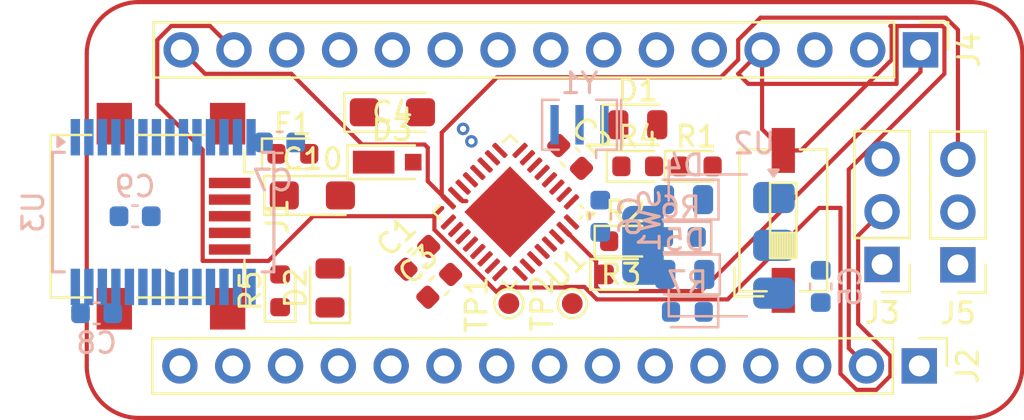
<source format=kicad_pcb>
(kicad_pcb (version 20240108) (generator "pcbnew") (generator_version "8.0")
  (layers (0 "F.Cu" signal) (1 "In1.Cu" signal) (2 "In2.Cu" signal) (31 "B.Cu" signal) (34 "B.Paste" user) (35 "F.Paste" user) (36 "B.SilkS" user "B.Silkscreen") (37 "F.SilkS" user "F.Silkscreen") (38 "B.Mask" user) (39 "F.Mask" user) (44 "Edge.Cuts" user))
  (net 0 "")
  (net 1 "+5V")
  (net 2 "GND")
  (net 3 "/AREF")
  (net 4 "VCC")
  (net 5 "+3V3")
  (net 6 "/RESET")
  (net 7 "VBUS")
  (net 8 "Net-(D1-A)")
  (net 9 "Net-(D2-A)")
  (net 10 "Net-(D4-K)")
  (net 11 "Net-(D5-K)")
  (net 12 "Net-(J1-VBUS)")
  (net 13 "/D_P")
  (net 15 "/D_N")
  (net 16 "/A1")
  (net 17 "/A3")
  (net 18 "/A6")
  (net 19 "/A0")
  (net 20 "/A2")
  (net 21 "/A7")
  (net 22 "/A4")
  (net 23 "/D13{slash}SCK")
  (net 24 "/A5")
  (net 25 "/D11{slash}MOSI")
  (net 26 "/D4")
  (net 27 "/D10")
  (net 28 "/D7")
  (net 29 "/D2")
  (net 30 "/D0{slash}RX")
  (net 31 "/D5")
  (net 32 "/D3")
  (net 33 "/D9")
  (net 34 "/D12{slash}MISO")
  (net 35 "/D1{slash}TX")
  (net 36 "/D8")
  (net 37 "/D6")
  (net 38 "/RX")
  (net 39 "/TX")
  (net 40 "Net-(U3-CBUS0)")
  (net 41 "Net-(U3-CBUS1)")
  (net 42 "Net-(U1-GND-Pad21)")
  (net 43 "/XTAL1")
  (net 44 "/XTAL2")
  (footprint "Capacitor_SMD:C_0603_1608Metric" (layer "F.Cu") (at 144.451992 86.148008 45)
    (property "Reference" "C3" (at 0 -1.43 45) (layer "F.SilkS"))
    (property "Value" "100n")
    (fp_line (start -0.140581 -0.51) (end 0.140581 -0.51) (stroke (width 0.12)) (layer "F.SilkS"))
    (fp_line (start -0.140581 0.51) (end 0.140581 0.51) (stroke (width 0.12)) (layer "F.SilkS"))
    (pad "1" smd roundrect (at -0.775 0 45) (size 0.9 0.95) (layers "F.Cu" "F.Paste" "F.Mask") (net 3 "/AREF"))
    (pad "2" smd roundrect (at 0.775 0 45) (size 0.9 0.95) (layers "F.Cu" "F.Paste" "F.Mask") (net 2 "GND"))
  )
  (footprint "TestPoint:TestPoint_Pad_D1.0mm" (layer "F.Cu") (at 147.8 87 90)
    (property "Reference" "TP1" (at -0.04 -1.55 270) (layer "F.SilkS"))
    (property "Value" "~")
    (fp_circle (center 0 0) (end 0 0.7) (stroke (width 0.12)) (fill none) (layer "F.SilkS"))
    (pad "1" smd circle (at 0 0 90) (size 1 1) (layers "F.Cu" "F.Mask") (net 13 "/D_P"))
  )
  (footprint "Diode_SMD:D_MicroSMP_AK" (layer "F.Cu") (at 142.18 80.2)
    (property "Reference" "D3" (at 0 -1.55 0) (layer "F.SilkS"))
    (property "Value" "diode")
    (fp_line (start -2.14 -0.81) (end -2.14 0.81) (stroke (width 0.12)) (layer "F.SilkS"))
    (fp_line (start -2.14 -0.81) (end 1.1 -0.81) (stroke (width 0.12)) (layer "F.SilkS"))
    (fp_line (start -2.14 0.81) (end 1.1 0.81) (stroke (width 0.12)) (layer "F.SilkS"))
    (pad "1" smd rect (at -0.88 0) (size 2 1.1) (layers "F.Cu" "F.Paste" "F.Mask") (net 1 "+5V"))
    (pad "2" smd rect (at 1.02 0) (size 0.8 0.8) (layers "F.Cu" "F.Paste" "F.Mask") (net 7 "VBUS"))
  )
  (footprint "Diode_SMD:D_0603_1608Metric" (layer "F.Cu") (at 153.4125 84)
    (property "Reference" "R2" (at 0 -1.43 0) (layer "F.SilkS"))
    (property "Value" "1K")
    (fp_line (start -1.485 -0.735) (end -1.485 0.735) (stroke (width 0.12)) (layer "F.SilkS"))
    (fp_line (start -1.485 0.735) (end 0.8 0.735) (stroke (width 0.12)) (layer "F.SilkS"))
    (fp_line (start 0.8 -0.735) (end -1.485 -0.735) (stroke (width 0.12)) (layer "F.SilkS"))
    (pad "1" smd roundrect (at -0.7875 0) (size 0.875 0.95) (layers "F.Cu" "F.Paste" "F.Mask") (net 38 "/RX"))
    (pad "2" smd roundrect (at 0.7875 0) (size 0.875 0.95) (layers "F.Cu" "F.Paste" "F.Mask") (net 30 "/D0{slash}RX"))
  )
  (footprint "LED_SMD:LED_0805_2012Metric" (layer "F.Cu") (at 139.2 86.250001 90)
    (property "Reference" "D2" (at 0 -1.65 270) (layer "F.SilkS"))
    (property "Value" "GREEN")
    (fp_line (start 1 -0.96) (end -1.684999 -0.96) (stroke (width 0.12)) (layer "F.SilkS"))
    (fp_line (start -1.684999 -0.96) (end -1.684999 0.96) (stroke (width 0.12)) (layer "F.SilkS"))
    (fp_line (start -1.684999 0.96) (end 1 0.96) (stroke (width 0.12)) (layer "F.SilkS"))
    (pad "1" smd roundrect (at -0.937501 0 90) (size 0.975 1.4) (layers "F.Cu" "F.Paste" "F.Mask") (net 2 "GND"))
    (pad "2" smd roundrect (at 0.937501 0 90) (size 0.975 1.4) (layers "F.Cu" "F.Paste" "F.Mask") (net 9 "Net-(D2-A)"))
  )
  (footprint "Connector_PinHeader_2.54mm:PinHeader_1x15_P2.54mm_Vertical" (layer "F.Cu") (at 167.6 74.8 -90)
    (property "Reference" "J4" (at 0 -2.33 90) (layer "F.SilkS"))
    (property "Value" "~")
    (fp_line (start -1.33 36.89) (end 1.33 36.89) (stroke (width 0.12)) (layer "F.SilkS"))
    (fp_line (start -1.33 1.27) (end -1.33 36.89) (stroke (width 0.12)) (layer "F.SilkS"))
    (fp_line (start -1.33 1.27) (end 1.33 1.27) (stroke (width 0.12)) (layer "F.SilkS"))
    (fp_line (start 1.33 1.27) (end 1.33 36.89) (stroke (width 0.12)) (layer "F.SilkS"))
    (fp_line (start -1.33 0) (end -1.33 -1.33) (stroke (width 0.12)) (layer "F.SilkS"))
    (fp_line (start -1.33 -1.33) (end 0 -1.33) (stroke (width 0.12)) (layer "F.SilkS"))
    (pad "1" thru_hole rect (at 0 0 270) (size 1.7 1.7) (drill 1) (layers "*.Cu" "*.Mask") (net 35 "/D1{slash}TX"))
    (pad "2" thru_hole oval (at 0 2.54 270) (size 1.7 1.7) (drill 1) (layers "*.Cu" "*.Mask") (net 30 "/D0{slash}RX"))
    (pad "3" thru_hole oval (at 0 5.08 270) (size 1.7 1.7) (drill 1) (layers "*.Cu" "*.Mask") (net 6 "/RESET"))
    (pad "4" thru_hole oval (at 0 7.62 270) (size 1.7 1.7) (drill 1) (layers "*.Cu" "*.Mask") (net 2 "GND"))
    (pad "5" thru_hole oval (at 0 10.16 270) (size 1.7 1.7) (drill 1) (layers "*.Cu" "*.Mask") (net 29 "/D2"))
    (pad "6" thru_hole oval (at 0 12.7 270) (size 1.7 1.7) (drill 1) (layers "*.Cu" "*.Mask") (net 32 "/D3"))
    (pad "7" thru_hole oval (at 0 15.24 270) (size 1.7 1.7) (drill 1) (layers "*.Cu" "*.Mask") (net 26 "/D4"))
    (pad "8" thru_hole oval (at 0 17.78 270) (size 1.7 1.7) (drill 1) (layers "*.Cu" "*.Mask") (net 31 "/D5"))
    (pad "9" thru_hole oval (at 0 20.32 270) (size 1.7 1.7) (drill 1) (layers "*.Cu" "*.Mask") (net 37 "/D6"))
    (pad "10" thru_hole oval (at 0 22.86 270) (size 1.7 1.7) (drill 1) (layers "*.Cu" "*.Mask") (net 28 "/D7"))
    (pad "11" thru_hole oval (at 0 25.4 270) (size 1.7 1.7) (drill 1) (layers "*.Cu" "*.Mask") (net 36 "/D8"))
    (pad "12" thru_hole oval (at 0 27.94 270) (size 1.7 1.7) (drill 1) (layers "*.Cu" "*.Mask") (net 33 "/D9"))
    (pad "13" thru_hole oval (at 0 30.48 270) (size 1.7 1.7) (drill 1) (layers "*.Cu" "*.Mask") (net 27 "/D10"))
    (pad "14" thru_hole oval (at 0 33.02 270) (size 1.7 1.7) (drill 1) (layers "*.Cu" "*.Mask") (net 25 "/D11{slash}MOSI"))
    (pad "15" thru_hole oval (at 0 35.56 270) (size 1.7 1.7) (drill 1) (layers "*.Cu" "*.Mask") (net 34 "/D12{slash}MISO"))
  )
  (footprint "Package_DFN_QFN:QFN-32-1EP_5x5mm_P0.5mm_EP3.1x3.1mm" (layer "F.Cu") (at 147.853903 82.593243 -135)
    (property "Reference" "U1" (at 0 -3.83 -135) (layer "F.SilkS"))
    (property "Value" "ATmega328P-M")
    (fp_line (start 2.61 2.61) (end 2.61 2.135) (stroke (width 0.12)) (layer "F.SilkS"))
    (fp_line (start 2.135 2.61) (end 2.61 2.61) (stroke (width 0.12)) (layer "F.SilkS"))
    (fp_line (start -2.135 2.61) (end -2.61 2.61) (stroke (width 0.12)) (layer "F.SilkS"))
    (fp_line (start -2.61 2.61) (end -2.61 2.135) (stroke (width 0.12)) (layer "F.SilkS"))
    (fp_line (start 2.61 -2.61) (end 2.61 -2.135) (stroke (width 0.12)) (layer "F.SilkS"))
    (fp_line (start 2.135 -2.61) (end 2.61 -2.61) (stroke (width 0.12)) (layer "F.SilkS"))
    (fp_line (start -2.61 -2.135) (end -2.61 -2.37) (stroke (width 0.12)) (layer "F.SilkS"))
    (fp_line (start -2.135 -2.61) (end -2.31 -2.61) (stroke (width 0.12)) (layer "F.SilkS"))
    (fp_poly (pts (xy -2.61 -2.61) (xy -2.85 -2.94) (xy -2.37 -2.94) (xy -2.61 -2.61)) (stroke (width 0.12)) (fill solid) (layer "F.SilkS"))
    (pad "1" smd roundrect (at -2.4375 -1.75 225) (size 0.875 0.25) (layers "F.Cu" "F.Paste" "F.Mask") (net 32 "/D3"))
    (pad "2" smd roundrect (at -2.4375 -1.25 225) (size 0.875 0.25) (layers "F.Cu" "F.Paste" "F.Mask") (net 26 "/D4"))
    (pad "3" smd roundrect (at -2.4375 -0.75 225) (size 0.875 0.25) (layers "F.Cu" "F.Paste" "F.Mask") (net 42 "Net-(U1-GND-Pad21)"))
    (pad "4" smd roundrect (at -2.4375 -0.25 225) (size 0.875 0.25) (layers "F.Cu" "F.Paste" "F.Mask") (net 1 "+5V"))
    (pad "5" smd roundrect (at -2.4375 0.25 225) (size 0.875 0.25) (layers "F.Cu" "F.Paste" "F.Mask") (net 42 "Net-(U1-GND-Pad21)"))
    (pad "6" smd roundrect (at -2.4375 0.75 225) (size 0.875 0.25) (layers "F.Cu" "F.Paste" "F.Mask") (net 1 "+5V"))
    (pad "7" smd roundrect (at -2.4375 1.25 225) (size 0.875 0.25) (layers "F.Cu" "F.Paste" "F.Mask") (net 43 "/XTAL1"))
    (pad "8" smd roundrect (at -2.4375 1.75 225) (size 0.875 0.25) (layers "F.Cu" "F.Paste" "F.Mask") (net 44 "/XTAL2"))
    (pad "9" smd roundrect (at -1.75 2.4375 225) (size 0.25 0.875) (layers "F.Cu" "F.Paste" "F.Mask") (net 31 "/D5"))
    (pad "10" smd roundrect (at -1.25 2.4375 225) (size 0.25 0.875) (layers "F.Cu" "F.Paste" "F.Mask") (net 37 "/D6"))
    (pad "11" smd roundrect (at -0.75 2.4375 225) (size 0.25 0.875) (layers "F.Cu" "F.Paste" "F.Mask") (net 28 "/D7"))
    (pad "12" smd roundrect (at -0.25 2.4375 225) (size 0.25 0.875) (layers "F.Cu" "F.Paste" "F.Mask") (net 36 "/D8"))
    (pad "13" smd roundrect (at 0.25 2.4375 225) (size 0.25 0.875) (layers "F.Cu" "F.Paste" "F.Mask") (net 33 "/D9"))
    (pad "14" smd roundrect (at 0.75 2.4375 225) (size 0.25 0.875) (layers "F.Cu" "F.Paste" "F.Mask") (net 27 "/D10"))
    (pad "15" smd roundrect (at 1.25 2.4375 225) (size 0.25 0.875) (layers "F.Cu" "F.Paste" "F.Mask") (net 25 "/D11{slash}MOSI"))
    (pad "16" smd roundrect (at 1.75 2.4375 225) (size 0.25 0.875) (layers "F.Cu" "F.Paste" "F.Mask") (net 34 "/D12{slash}MISO"))
    (pad "17" smd roundrect (at 2.4375 1.75 225) (size 0.875 0.25) (layers "F.Cu" "F.Paste" "F.Mask") (net 23 "/D13{slash}SCK"))
    (pad "18" smd roundrect (at 2.4375 1.25 225) (size 0.875 0.25) (layers "F.Cu" "F.Paste" "F.Mask") (net 1 "+5V"))
    (pad "19" smd roundrect (at 2.4375 0.75 225) (size 0.875 0.25) (layers "F.Cu" "F.Paste" "F.Mask") (net 18 "/A6"))
    (pad "20" smd roundrect (at 2.4375 0.25 225) (size 0.875 0.25) (layers "F.Cu" "F.Paste" "F.Mask") (net 3 "/AREF"))
    (pad "21" smd roundrect (at 2.4375 -0.25 225) (size 0.875 0.25) (layers "F.Cu" "F.Paste" "F.Mask") (net 42 "Net-(U1-GND-Pad21)"))
    (pad "22" smd roundrect (at 2.4375 -0.75 225) (size 0.875 0.25) (layers "F.Cu" "F.Paste" "F.Mask") (net 21 "/A7"))
    (pad "23" smd roundrect (at 2.4375 -1.25 225) (size 0.875 0.25) (layers "F.Cu" "F.Paste" "F.Mask") (net 19 "/A0"))
    (pad "24" smd roundrect (at 2.4375 -1.75 225) (size 0.875 0.25) (layers "F.Cu" "F.Paste" "F.Mask") (net 16 "/A1"))
    (pad "25" smd roundrect (at 1.75 -2.4375 225) (size 0.25 0.875) (layers "F.Cu" "F.Paste" "F.Mask") (net 20 "/A2"))
    (pad "26" smd roundrect (at 1.25 -2.4375 225) (size 0.25 0.875) (layers "F.Cu" "F.Paste" "F.Mask") (net 17 "/A3"))
    (pad "27" smd roundrect (at 0.75 -2.4375 225) (size 0.25 0.875) (layers "F.Cu" "F.Paste" "F.Mask") (net 22 "/A4"))
    (pad "28" smd roundrect (at 0.25 -2.4375 225) (size 0.25 0.875) (layers "F.Cu" "F.Paste" "F.Mask") (net 24 "/A5"))
    (pad "29" smd roundrect (at -0.25 -2.4375 225) (size 0.25 0.875) (layers "F.Cu" "F.Paste" "F.Mask") (net 6 "/RESET"))
    (pad "30" smd roundrect (at -0.75 -2.4375 225) (size 0.25 0.875) (layers "F.Cu" "F.Paste" "F.Mask") (net 30 "/D0{slash}RX"))
    (pad "31" smd roundrect (at -1.25 -2.4375 225) (size 0.25 0.875) (layers "F.Cu" "F.Paste" "F.Mask") (net 35 "/D1{slash}TX"))
    (pad "32" smd roundrect (at -1.75 -2.4375 225) (size 0.25 0.875) (layers "F.Cu" "F.Paste" "F.Mask") (net 29 "/D2"))
    (pad "33" smd rect (at 0 0 225) (size 3.1 3.1) (property pad_prop_heatsink) (layers "F.Cu" "F.Mask") (net 42 "Net-(U1-GND-Pad21)"))
  )
  (footprint "Diode_SMD:D_0603_1608Metric" (layer "F.Cu") (at 137.4125 79.8)
    (property "Reference" "F1" (at 0 -1.43 0) (layer "F.SilkS"))
    (property "Value" "0603")
    (fp_line (start -1.485 -0.735) (end -1.485 0.735) (stroke (width 0.12)) (layer "F.SilkS"))
    (fp_line (start -1.485 0.735) (end 0.8 0.735) (stroke (width 0.12)) (layer "F.SilkS"))
    (fp_line (start 0.8 -0.735) (end -1.485 -0.735) (stroke (width 0.12)) (layer "F.SilkS"))
    (pad "1" smd roundrect (at -0.7875 0) (size 0.875 0.95) (layers "F.Cu" "F.Paste" "F.Mask") (net 7 "VBUS"))
    (pad "2" smd roundrect (at 0.7875 0) (size 0.875 0.95) (layers "F.Cu" "F.Paste" "F.Mask") (net 12 "Net-(J1-VBUS)"))
  )
  (footprint "Diode_SMD:D_0603_1608Metric" (layer "F.Cu") (at 136.8 86.387501 90)
    (property "Reference" "R5" (at 0 -1.43 270) (layer "F.SilkS"))
    (property "Value" "1k")
    (fp_line (start 0.8 -0.735) (end -1.485 -0.735) (stroke (width 0.12)) (layer "F.SilkS"))
    (fp_line (start -1.485 -0.735) (end -1.485 0.735) (stroke (width 0.12)) (layer "F.SilkS"))
    (fp_line (start -1.485 0.735) (end 0.8 0.735) (stroke (width 0.12)) (layer "F.SilkS"))
    (pad "1" smd roundrect (at -0.787501 0 90) (size 0.875 0.95) (layers "F.Cu" "F.Paste" "F.Mask") (net 1 "+5V"))
    (pad "2" smd roundrect (at 0.787501 0 90) (size 0.875 0.95) (layers "F.Cu" "F.Paste" "F.Mask") (net 9 "Net-(D2-A)"))
  )
  (footprint "Capacitor_Tantalum_SMD:CP_EIA-3216-10_Kemet-I" (layer "F.Cu") (at 142.2 77.8)
    (property "Reference" "C4" (at 0 0 180) (layer "F.SilkS"))
    (property "Value" "4u7_16v")
    (fp_line (start -2.31 -0.935) (end -2.31 0.935) (stroke (width 0.12)) (layer "F.SilkS"))
    (fp_line (start -2.31 0.935) (end 1.6 0.935) (stroke (width 0.12)) (layer "F.SilkS"))
    (fp_line (start 1.6 -0.935) (end -2.31 -0.935) (stroke (width 0.12)) (layer "F.SilkS"))
    (pad "1" smd roundrect (at -1.35 0) (size 1.4 1.35) (layers "F.Cu" "F.Paste" "F.Mask") (roundrect_rratio 0.185185) (net 1 "+5V"))
    (pad "2" smd roundrect (at 1.35 0) (size 1.4 1.35) (layers "F.Cu" "F.Paste" "F.Mask") (roundrect_rratio 0.185185) (net 2 "GND"))
  )
  (footprint "Capacitor_SMD:C_0603_1608Metric" (layer "F.Cu") (at 150.748008 79.948008 -45)
    (property "Reference" "C2" (at 0 -1.43 135) (layer "F.SilkS"))
    (property "Value" "1u")
    (fp_line (start -0.140581 0.51) (end 0.140581 0.51) (stroke (width 0.12)) (layer "F.SilkS"))
    (fp_line (start -0.140581 -0.51) (end 0.140581 -0.51) (stroke (width 0.12)) (layer "F.SilkS"))
    (pad "1" smd roundrect (at -0.775 0 315) (size 0.9 0.95) (layers "F.Cu" "F.Paste" "F.Mask") (net 1 "+5V"))
    (pad "2" smd roundrect (at 0.775 0 315) (size 0.9 0.95) (layers "F.Cu" "F.Paste" "F.Mask") (net 2 "GND"))
  )
  (footprint "Diode_SMD:D_0603_1608Metric" (layer "F.Cu") (at 154 80.4)
    (property "Reference" "R4" (at 0 -1.43 0) (layer "F.SilkS"))
    (property "Value" "1K")
    (fp_line (start -1.485 -0.735) (end -1.485 0.735) (stroke (width 0.12)) (layer "F.SilkS"))
    (fp_line (start -1.485 0.735) (end 0.8 0.735) (stroke (width 0.12)) (layer "F.SilkS"))
    (fp_line (start 0.8 -0.735) (end -1.485 -0.735) (stroke (width 0.12)) (layer "F.SilkS"))
    (pad "1" smd roundrect (at -0.7875 0) (size 0.875 0.95) (layers "F.Cu" "F.Paste" "F.Mask") (net 23 "/D13{slash}SCK"))
    (pad "2" smd roundrect (at 0.7875 0) (size 0.875 0.95) (layers "F.Cu" "F.Paste" "F.Mask") (net 8 "Net-(D1-A)"))
  )
  (footprint "LED_SMD:LED_0805_2012Metric" (layer "F.Cu") (at 154 78.4)
    (property "Reference" "D1" (at 0 -1.65 0) (layer "F.SilkS"))
    (property "Value" "YELLOW")
    (fp_line (start -1.685 -0.96) (end -1.685 0.96) (stroke (width 0.12)) (layer "F.SilkS"))
    (fp_line (start -1.685 0.96) (end 1 0.96) (stroke (width 0.12)) (layer "F.SilkS"))
    (fp_line (start 1 -0.96) (end -1.685 -0.96) (stroke (width 0.12)) (layer "F.SilkS"))
    (pad "1" smd roundrect (at -0.9375 0) (size 0.975 1.4) (layers "F.Cu" "F.Paste" "F.Mask") (net 2 "GND"))
    (pad "2" smd roundrect (at 0.9375 0) (size 0.975 1.4) (layers "F.Cu" "F.Paste" "F.Mask") (net 8 "Net-(D1-A)"))
  )
  (footprint "Connector_PinHeader_2.54mm:PinHeader_1x15_P2.54mm_Vertical" (layer "F.Cu") (at 167.54 90 -90)
    (property "Reference" "J2" (at 0 -2.33 90) (layer "F.SilkS"))
    (property "Value" "~")
    (fp_line (start -1.33 36.89) (end 1.33 36.89) (stroke (width 0.12)) (layer "F.SilkS"))
    (fp_line (start -1.33 1.27) (end -1.33 36.89) (stroke (width 0.12)) (layer "F.SilkS"))
    (fp_line (start -1.33 1.27) (end 1.33 1.27) (stroke (width 0.12)) (layer "F.SilkS"))
    (fp_line (start 1.33 1.27) (end 1.33 36.89) (stroke (width 0.12)) (layer "F.SilkS"))
    (fp_line (start -1.33 0) (end -1.33 -1.33) (stroke (width 0.12)) (layer "F.SilkS"))
    (fp_line (start -1.33 -1.33) (end 0 -1.33) (stroke (width 0.12)) (layer "F.SilkS"))
    (pad "1" thru_hole rect (at 0 0 270) (size 1.7 1.7) (drill 1) (layers "*.Cu" "*.Mask") (net 4 "VCC"))
    (pad "2" thru_hole oval (at 0 2.54 270) (size 1.7 1.7) (drill 1) (layers "*.Cu" "*.Mask") (net 2 "GND"))
    (pad "3" thru_hole oval (at 0 5.08 270) (size 1.7 1.7) (drill 1) (layers "*.Cu" "*.Mask") (net 6 "/RESET"))
    (pad "4" thru_hole oval (at 0 7.62 270) (size 1.7 1.7) (drill 1) (layers "*.Cu" "*.Mask") (net 1 "+5V"))
    (pad "5" thru_hole oval (at 0 10.16 270) (size 1.7 1.7) (drill 1) (layers "*.Cu" "*.Mask") (net 21 "/A7"))
    (pad "6" thru_hole oval (at 0 12.7 270) (size 1.7 1.7) (drill 1) (layers "*.Cu" "*.Mask") (net 18 "/A6"))
    (pad "7" thru_hole oval (at 0 15.24 270) (size 1.7 1.7) (drill 1) (layers "*.Cu" "*.Mask") (net 24 "/A5"))
    (pad "8" thru_hole oval (at 0 17.78 270) (size 1.7 1.7) (drill 1) (layers "*.Cu" "*.Mask") (net 22 "/A4"))
    (pad "9" thru_hole oval (at 0 20.32 270) (size 1.7 1.7) (drill 1) (layers "*.Cu" "*.Mask") (net 17 "/A3"))
    (pad "10" thru_hole oval (at 0 22.86 270) (size 1.7 1.7) (drill 1) (layers "*.Cu" "*.Mask") (net 20 "/A2"))
    (pad "11" thru_hole oval (at 0 25.4 270) (size 1.7 1.7) (drill 1) (layers "*.Cu" "*.Mask") (net 16 "/A1"))
    (pad "12" thru_hole oval (at 0 27.94 270) (size 1.7 1.7) (drill 1) (layers "*.Cu" "*.Mask") (net 19 "/A0"))
    (pad "13" thru_hole oval (at 0 30.48 270) (size 1.7 1.7) (drill 1) (layers "*.Cu" "*.Mask") (net 3 "/AREF"))
    (pad "14" thru_hole oval (at 0 33.02 270) (size 1.7 1.7) (drill 1) (layers "*.Cu" "*.Mask") (net 5 "+3V3"))
    (pad "15" thru_hole oval (at 0 35.56 270) (size 1.7 1.7) (drill 1) (layers "*.Cu" "*.Mask") (net 23 "/D13{slash}SCK"))
  )
  (footprint "Connector_USB:USB_Mini-B_Lumberg_2486_01_Horizontal" (layer "F.Cu") (at 131.675 82.8 -90)
    (property "Reference" "J1" (at 0 -5 -90) (layer "F.SilkS"))
    (property "Value" "USB_B_Mini")
    (fp_line (start -3.91 5.91) (end -3.91 3.96) (stroke (width 0.12)) (layer "F.SilkS"))
    (fp_line (start 3.91 5.91) (end -3.91 5.91) (stroke (width 0.12)) (layer "F.SilkS"))
    (fp_line (start 3.91 5.91) (end 3.91 3.96) (stroke (width 0.12)) (layer "F.SilkS"))
    (fp_line (start -3.91 1.74) (end -3.91 -1.49) (stroke (width 0.12)) (layer "F.SilkS"))
    (fp_line (start 3.91 1.74) (end 3.91 -1.49) (stroke (width 0.12)) (layer "F.SilkS"))
    (fp_line (start -3.19 -3.41) (end -2.11 -3.41) (stroke (width 0.12)) (layer "F.SilkS"))
    (fp_line (start -2.11 -3.41) (end -2.11 -3.84) (stroke (width 0.12)) (layer "F.SilkS"))
    (fp_line (start 2.11 -3.41) (end 3.19 -3.41) (stroke (width 0.12)) (layer "F.SilkS"))
    (pad "" np_thru_hole circle (at -2.2 0 270) (size 1 1) (drill 1) (layers "*.Cu" "*.Mask"))
    (pad "" np_thru_hole circle (at 2.2 0 270) (size 1 1) (drill 1) (layers "*.Cu" "*.Mask"))
    (pad "1" smd rect (at -1.6 -2.7 270) (size 0.5 2) (layers "F.Cu" "F.Paste" "F.Mask") (net 12 "Net-(J1-VBUS)"))
    (pad "2" smd rect (at -0.8 -2.7 270) (size 0.5 2) (layers "F.Cu" "F.Paste" "F.Mask") (net 15 "/D_N"))
    (pad "3" smd rect (at 0 -2.7 270) (size 0.5 2) (layers "F.Cu" "F.Paste" "F.Mask") (net 13 "/D_P"))
    (pad "4" smd rect (at 0.8 -2.7 270) (size 0.5 2) (layers "F.Cu" "F.Paste" "F.Mask"))
    (pad "5" smd rect (at 1.6 -2.7 270) (size 0.5 2) (layers "F.Cu" "F.Paste" "F.Mask") (net 2 "GND"))
    (pad "6" smd rect (at -4.45 -2.6 270) (size 2 1.7) (layers "F.Cu" "F.Paste" "F.Mask") (net 2 "GND"))
    (pad "6" smd rect (at -4.45 2.85 270) (size 2 1.7) (layers "F.Cu" "F.Paste" "F.Mask") (net 2 "GND"))
    (pad "6" smd rect (at 4.45 -2.6 270) (size 2 1.7) (layers "F.Cu" "F.Paste" "F.Mask") (net 2 "GND"))
    (pad "6" smd rect (at 4.45 2.85 270) (size 2 1.7) (layers "F.Cu" "F.Paste" "F.Mask") (net 2 "GND"))
  )
  (footprint "Button_Switch_SMD:SW_DIP_SPSTx01_Slide_6.7x4.1mm_W6.73mm_P2.54mm_LowProfile_JPin" (layer "F.Cu") (at 161 83 90)
    (property "Reference" "SW1" (at 0 -6.4275 -90) (layer "B.SilkS") (effects (justify mirror)))
    (property "Value" "~")
    (fp_line (start -3.65 -2.35) (end -2.267 -2.35) (stroke (width 0.12)) (layer "F.SilkS"))
    (fp_line (start -3.65 -2.35) (end -3.65 -0.967) (stroke (width 0.12)) (layer "F.SilkS"))
    (fp_line (start 3.41 -2.11) (end 3.41 -0.8) (stroke (width 0.12)) (layer "F.SilkS"))
    (fp_line (start -3.41 -2.11) (end 3.41 -2.11) (stroke (width 0.12)) (layer "F.SilkS"))
    (fp_line (start -3.41 -2.11) (end -3.41 -0.8) (stroke (width 0.12)) (layer "F.SilkS"))
    (fp_line (start 1.81 -0.635) (end -1.81 -0.635) (stroke (width 0.12)) (layer "F.SilkS"))
    (fp_line (start -0.603333 -0.635) (end -0.603333 0.635) (stroke (width 0.12)) (layer "F.SilkS"))
    (fp_line (start -1.81 -0.635) (end -1.81 0.635) (stroke (width 0.12)) (layer "F.SilkS"))
    (fp_line (start -1.81 -0.515) (end -0.603333 -0.515) (stroke (width 0.12)) (layer "F.SilkS"))
    (fp_line (start -1.81 -0.395) (end -0.603333 -0.395) (stroke (width 0.12)) (layer "F.SilkS"))
    (fp_line (start -1.81 -0.275) (end -0.603333 -0.275) (stroke (width 0.12)) (layer "F.SilkS"))
    (fp_line (start -1.81 -0.155) (end -0.603333 -0.155) (stroke (width 0.12)) (layer "F.SilkS"))
    (fp_line (start -1.81 -0.035) (end -0.603333 -0.035) (stroke (width 0.12)) (layer "F.SilkS"))
    (fp_line (start -1.81 0.085) (end -0.603333 0.085) (stroke (width 0.12)) (layer "F.SilkS"))
    (fp_line (start -1.81 0.205) (end -0.603333 0.205) (stroke (width 0.12)) (layer "F.SilkS"))
    (fp_line (start -1.81 0.325) (end -0.603333 0.325) (stroke (width 0.12)) (layer "F.SilkS"))
    (fp_line (start -1.81 0.445) (end -0.603333 0.445) (stroke (width 0.12)) (layer "F.SilkS"))
    (fp_line (start -1.81 0.565) (end -0.603333 0.565) (stroke (width 0.12)) (layer "F.SilkS"))
    (fp_line (start 1.81 0.635) (end 1.81 -0.635) (stroke (width 0.12)) (layer "F.SilkS"))
    (fp_line (start -1.81 0.635) (end 1.81 0.635) (stroke (width 0.12)) (layer "F.SilkS"))
    (fp_line (start 3.41 0.8) (end 3.41 2.11) (stroke (width 0.12)) (layer "F.SilkS"))
    (fp_line (start -3.41 0.8) (end -3.41 2.11) (stroke (width 0.12)) (layer "F.SilkS"))
    (fp_line (start -3.41 2.11) (end 3.41 2.11) (stroke (width 0.12)) (layer "F.SilkS"))
    (pad "1" smd rect (at -3.365 0 90) (size 2.16 1.12) (layers "F.Cu" "F.Paste" "F.Mask") (net 6 "/RESET"))
    (pad "2" smd rect (at 3.365 0 90) (size 2.16 1.12) (layers "F.Cu" "F.Paste" "F.Mask") (net 2 "GND"))
  )
  (footprint "Capacitor_Tantalum_SMD:CP_EIA-3216-10_Kemet-I" (layer "F.Cu") (at 138.35 81.8)
    (property "Reference" "C10" (at 0 -1.75 0) (layer "F.SilkS"))
    (property "Value" "4u7_16v")
    (fp_line (start -2.31 -0.935) (end -2.31 0.935) (stroke (width 0.12)) (layer "F.SilkS"))
    (fp_line (start -2.31 0.935) (end 1.6 0.935) (stroke (width 0.12)) (layer "F.SilkS"))
    (fp_line (start 1.6 -0.935) (end -2.31 -0.935) (stroke (width 0.12)) (layer "F.SilkS"))
    (pad "1" smd roundrect (at -1.35 0) (size 1.4 1.35) (layers "F.Cu" "F.Paste" "F.Mask") (roundrect_rratio 0.185185) (net 7 "VBUS"))
    (pad "2" smd roundrect (at 1.35 0) (size 1.4 1.35) (layers "F.Cu" "F.Paste" "F.Mask") (roundrect_rratio 0.185185) (net 2 "GND"))
  )
  (footprint "Connector_PinHeader_2.54mm:PinHeader_1x03_P2.54mm_Vertical" (layer "F.Cu") (at 165.75 85.12 180)
    (property "Reference" "J3" (at 0 -2.33 180) (layer "F.SilkS"))
    (property "Value" "ICSP")
    (fp_line (start 1.33 1.270001) (end 1.33 6.409999) (stroke (width 0.12)) (layer "F.SilkS"))
    (fp_line (start -1.33 6.409999) (end 1.33 6.409999) (stroke (width 0.12)) (layer "F.SilkS"))
    (fp_line (start -1.33 1.270001) (end 1.33 1.270001) (stroke (width 0.12)) (layer "F.SilkS"))
    (fp_line (start -1.33 1.270001) (end -1.33 6.409999) (stroke (width 0.12)) (layer "F.SilkS"))
    (fp_line (start -1.33 0) (end -1.33 -1.33) (stroke (width 0.12)) (layer "F.SilkS"))
    (fp_line (start -1.33 -1.33) (end 0 -1.33) (stroke (width 0.12)) (layer "F.SilkS"))
    (pad "1" thru_hole rect (at 0 0 180) (size 1.7 1.7) (drill 1) (layers "*.Cu" "*.Mask") (net 1 "+5V"))
    (pad "2" thru_hole oval (at 0 2.54 180) (size 1.7 1.7) (drill 1) (layers "*.Cu" "*.Mask") (net 25 "/D11{slash}MOSI"))
    (pad "3" thru_hole oval (at 0 5.079999 180) (size 1.7 1.7) (drill 1) (layers "*.Cu" "*.Mask") (net 2 "GND"))
  )
  (footprint "TestPoint:TestPoint_Pad_D1.0mm" (layer "F.Cu") (at 150.85 87 90)
    (property "Reference" "TP2" (at 0 -1.448001 270) (layer "F.SilkS"))
    (property "Value" "~")
    (fp_circle (center 0 0) (end 0 0.7) (stroke (width 0.12)) (fill none) (layer "F.SilkS"))
    (pad "1" smd circle (at 0 0 90) (size 1 1) (layers "F.Cu" "F.Mask") (net 15 "/D_N"))
  )
  (footprint "Diode_SMD:D_0603_1608Metric" (layer "F.Cu") (at 153.2 85.6)
    (property "Reference" "R3" (at 0 0 0) (layer "F.SilkS"))
    (property "Value" "1K")
    (fp_line (start -1.485 -0.735) (end -1.485 0.735) (stroke (width 0.12)) (layer "F.SilkS"))
    (fp_line (start -1.485 0.735) (end 0.8 0.735) (stroke (width 0.12)) (layer "F.SilkS"))
    (fp_line (start 0.8 -0.735) (end -1.485 -0.735) (stroke (width 0.12)) (layer "F.SilkS"))
    (pad "1" smd roundrect (at -0.7875 0) (size 0.875 0.95) (layers "F.Cu" "F.Paste" "F.Mask") (net 35 "/D1{slash}TX"))
    (pad "2" smd roundrect (at 0.7875 0) (size 0.875 0.95) (layers "F.Cu" "F.Paste" "F.Mask") (net 39 "/TX"))
  )
  (footprint "Diode_SMD:D_0603_1608Metric" (layer "F.Cu") (at 156.812499 80.4)
    (property "Reference" "R1" (at 0 -1.43 0) (layer "F.SilkS"))
    (property "Value" "1k")
    (fp_line (start -1.485 -0.735) (end -1.485 0.735) (stroke (width 0.12)) (layer "F.SilkS"))
    (fp_line (start -1.485 0.735) (end 0.8 0.735) (stroke (width 0.12)) (layer "F.SilkS"))
    (fp_line (start 0.8 -0.735) (end -1.485 -0.735) (stroke (width 0.12)) (layer "F.SilkS"))
    (pad "1" smd roundrect (at -0.787501 0) (size 0.875 0.95) (layers "F.Cu" "F.Paste" "F.Mask") (net 1 "+5V"))
    (pad "2" smd roundrect (at 0.787501 0) (size 0.875 0.95) (layers "F.Cu" "F.Paste" "F.Mask") (net 6 "/RESET"))
  )
  (footprint "Capacitor_SMD:C_0603_1608Metric" (layer "F.Cu") (at 143.4 84.8 45)
    (property "Reference" "C1" (at 0 -1.43 45) (layer "F.SilkS"))
    (property "Value" "1u")
    (fp_line (start -0.140581 -0.51) (end 0.140581 -0.51) (stroke (width 0.12)) (layer "F.SilkS"))
    (fp_line (start -0.140581 0.51) (end 0.140581 0.51) (stroke (width 0.12)) (layer "F.SilkS"))
    (pad "1" smd roundrect (at -0.775 0 45) (size 0.9 0.95) (layers "F.Cu" "F.Paste" "F.Mask") (net 1 "+5V"))
    (pad "2" smd roundrect (at 0.775 0 45) (size 0.9 0.95) (layers "F.Cu" "F.Paste" "F.Mask") (net 2 "GND"))
  )
  (footprint "Connector_PinHeader_2.54mm:PinHeader_1x03_P2.54mm_Vertical" (layer "F.Cu") (at 169.4 85.14 180)
    (property "Reference" "J5" (at 0 -2.33 180) (layer "F.SilkS"))
    (property "Value" "~")
    (fp_line (start 1.33 1.270001) (end 1.33 6.409999) (stroke (width 0.12)) (layer "F.SilkS"))
    (fp_line (start -1.33 6.409999) (end 1.33 6.409999) (stroke (width 0.12)) (layer "F.SilkS"))
    (fp_line (start -1.33 1.270001) (end 1.33 1.270001) (stroke (width 0.12)) (layer "F.SilkS"))
    (fp_line (start -1.33 1.270001) (end -1.33 6.409999) (stroke (width 0.12)) (layer "F.SilkS"))
    (fp_line (start -1.33 0) (end -1.33 -1.33) (stroke (width 0.12)) (layer "F.SilkS"))
    (fp_line (start -1.33 -1.33) (end 0 -1.33) (stroke (width 0.12)) (layer "F.SilkS"))
    (pad "1" thru_hole rect (at 0 0 180) (size 1.7 1.7) (drill 1) (layers "*.Cu" "*.Mask") (net 6 "/RESET"))
    (pad "2" thru_hole oval (at 0 2.54 180) (size 1.7 1.7) (drill 1) (layers "*.Cu" "*.Mask") (net 23 "/D13{slash}SCK"))
    (pad "3" thru_hole oval (at 0 5.079999 180) (size 1.7 1.7) (drill 1) (layers "*.Cu" "*.Mask") (net 34 "/D12{slash}MISO"))
  )
  (footprint "Package_SO:SSOP-28_5.3x10.2mm_P0.65mm" (layer "B.Cu") (at 131.175 82.6 -90)
    (property "Reference" "U3" (at 0 6.249999 90) (layer "B.SilkS") (effects (justify mirror)))
    (property "Value" "FT232RL")
    (fp_line (start 2.875 5.325001) (end -2.875 5.325001) (stroke (width 0.15)) (layer "B.SilkS"))
    (fp_line (start -2.875 4.75) (end -2.875 5.325001) (stroke (width 0.15)) (layer "B.SilkS"))
    (fp_line (start 2.875 4.75) (end 2.875 5.325001) (stroke (width 0.15)) (layer "B.SilkS"))
    (fp_line (start -2.875 -5.325001) (end -2.875 -4.75) (stroke (width 0.15)) (layer "B.SilkS"))
    (fp_line (start 2.875 -5.325001) (end 2.875 -4.75) (stroke (width 0.15)) (layer "B.SilkS"))
    (fp_line (start 2.875 -5.325001) (end -2.875 -5.325001) (stroke (width 0.15)) (layer "B.SilkS"))
    (fp_poly (pts (xy -3.375 4.75) (xy -3.615 5.079999) (xy -3.135 5.08) (xy -3.375 4.75)) (stroke (width 0.12)) (fill solid) (layer "B.SilkS"))
    (pad "1" smd rect (at -3.6 4.225 270) (size 1.75 0.45) (layers "B.Cu" "B.Paste" "B.Mask") (net 38 "/RX"))
    (pad "2" smd rect (at -3.6 3.575 270) (size 1.75 0.45) (layers "B.Cu" "B.Paste" "B.Mask"))
    (pad "3" smd rect (at -3.6 2.925 270) (size 1.75 0.45) (layers "B.Cu" "B.Paste" "B.Mask") (net 6 "/RESET"))
    (pad "4" smd rect (at -3.599999 2.275 270) (size 1.75 0.45) (layers "B.Cu" "B.Paste" "B.Mask") (net 1 "+5V"))
    (pad "5" smd rect (at -3.6 1.625 270) (size 1.75 0.45) (layers "B.Cu" "B.Paste" "B.Mask") (net 39 "/TX"))
    (pad "6" smd rect (at -3.6 0.975001 270) (size 1.75 0.45) (layers "B.Cu" "B.Paste" "B.Mask"))
    (pad "7" smd rect (at -3.6 0.325 270) (size 1.75 0.45) (layers "B.Cu" "B.Paste" "B.Mask") (net 2 "GND"))
    (pad "8" smd rect (at -3.6 -0.325 270) (size 1.75 0.45) (layers "B.Cu" "B.Paste" "B.Mask"))
    (pad "9" smd rect (at -3.6 -0.975001 270) (size 1.75 0.45) (layers "B.Cu" "B.Paste" "B.Mask"))
    (pad "10" smd rect (at -3.6 -1.625 270) (size 1.75 0.45) (layers "B.Cu" "B.Paste" "B.Mask"))
    (pad "11" smd rect (at -3.599999 -2.275 270) (size 1.75 0.45) (layers "B.Cu" "B.Paste" "B.Mask"))
    (pad "12" smd rect (at -3.6 -2.925 270) (size 1.75 0.45) (layers "B.Cu" "B.Paste" "B.Mask"))
    (pad "13" smd rect (at -3.6 -3.575 270) (size 1.75 0.45) (layers "B.Cu" "B.Paste" "B.Mask"))
    (pad "14" smd rect (at -3.6 -4.225 270) (size 1.75 0.45) (layers "B.Cu" "B.Paste" "B.Mask"))
    (pad "15" smd rect (at 3.6 -4.225 270) (size 1.75 0.45) (layers "B.Cu" "B.Paste" "B.Mask") (net 13 "/D_P"))
    (pad "16" smd rect (at 3.6 -3.575 270) (size 1.75 0.45) (layers "B.Cu" "B.Paste" "B.Mask") (net 15 "/D_N"))
    (pad "17" smd rect (at 3.6 -2.925 270) (size 1.75 0.45) (layers "B.Cu" "B.Paste" "B.Mask") (net 5 "+3V3"))
    (pad "18" smd rect (at 3.599999 -2.275 270) (size 1.75 0.45) (layers "B.Cu" "B.Paste" "B.Mask") (net 2 "GND"))
    (pad "19" smd rect (at 3.6 -1.625 270) (size 1.75 0.45) (layers "B.Cu" "B.Paste" "B.Mask"))
    (pad "20" smd rect (at 3.6 -0.975001 270) (size 1.75 0.45) (layers "B.Cu" "B.Paste" "B.Mask") (net 1 "+5V"))
    (pad "21" smd rect (at 3.6 -0.325 270) (size 1.75 0.45) (layers "B.Cu" "B.Paste" "B.Mask") (net 2 "GND"))
    (pad "22" smd rect (at 3.6 0.325 270) (size 1.75 0.45) (layers "B.Cu" "B.Paste" "B.Mask") (net 41 "Net-(U3-CBUS1)"))
    (pad "23" smd rect (at 3.6 0.975001 270) (size 1.75 0.45) (layers "B.Cu" "B.Paste" "B.Mask") (net 40 "Net-(U3-CBUS0)"))
    (pad "24" smd rect (at 3.6 1.625 270) (size 1.75 0.45) (layers "B.Cu" "B.Paste" "B.Mask"))
    (pad "25" smd rect (at 3.599999 2.275 270) (size 1.75 0.45) (layers "B.Cu" "B.Paste" "B.Mask") (net 2 "GND"))
    (pad "26" smd rect (at 3.6 2.925 270) (size 1.75 0.45) (layers "B.Cu" "B.Paste" "B.Mask") (net 2 "GND"))
    (pad "27" smd rect (at 3.6 3.575 270) (size 1.75 0.45) (layers "B.Cu" "B.Paste" "B.Mask"))
    (pad "28" smd rect (at 3.6 4.225 270) (size 1.75 0.45) (layers "B.Cu" "B.Paste" "B.Mask"))
  )
  (footprint "LED_SMD:LED_0805_2012Metric" (layer "B.Cu") (at 156.2 82 180)
    (property "Reference" "D4" (at 0 1.65 180) (layer "B.SilkS") (effects (justify mirror)))
    (property "Value" "RED")
    (fp_line (start 1 -0.96) (end -1.685 -0.96) (stroke (width 0.12)) (layer "B.SilkS"))
    (fp_line (start -1.685 0.96) (end 1 0.96) (stroke (width 0.12)) (layer "B.SilkS"))
    (fp_line (start -1.685 -0.96) (end -1.685 0.96) (stroke (width 0.12)) (layer "B.SilkS"))
    (pad "1" smd roundrect (at -0.9375 0 180) (size 0.975 1.4) (layers "B.Cu" "B.Paste" "B.Mask") (net 10 "Net-(D4-K)"))
    (pad "2" smd roundrect (at 0.9375 0 180) (size 0.975 1.4) (layers "B.Cu" "B.Paste" "B.Mask") (net 1 "+5V"))
  )
  (footprint "Capacitor_SMD:C_0603_1608Metric" (layer "B.Cu") (at 162.8 86.175 90)
    (property "Reference" "C5" (at 0 1.43 270) (layer "B.SilkS") (effects (justify mirror)))
    (property "Value" "1u")
    (fp_line (start 0.140581 -0.51) (end -0.140581 -0.51) (stroke (width 0.12)) (layer "B.SilkS"))
    (fp_line (start 0.140581 0.51) (end -0.140581 0.51) (stroke (width 0.12)) (layer "B.SilkS"))
    (pad "1" smd roundrect (at -0.775 0 90) (size 0.9 0.95) (layers "B.Cu" "B.Paste" "B.Mask") (net 4 "VCC"))
    (pad "2" smd roundrect (at 0.775 0 90) (size 0.9 0.95) (layers "B.Cu" "B.Paste" "B.Mask") (net 2 "GND"))
  )
  (footprint "LED_SMD:LED_0805_2012Metric" (layer "B.Cu") (at 156.2625 85.6 180)
    (property "Reference" "D5" (at 0 1.65 180) (layer "B.SilkS") (effects (justify mirror)))
    (property "Value" "GREEN")
    (fp_line (start 1 -0.96) (end -1.685 -0.96) (stroke (width 0.12)) (layer "B.SilkS"))
    (fp_line (start -1.685 0.96) (end 1 0.96) (stroke (width 0.12)) (layer "B.SilkS"))
    (fp_line (start -1.685 -0.96) (end -1.685 0.96) (stroke (width 0.12)) (layer "B.SilkS"))
    (pad "1" smd roundrect (at -0.9375 0 180) (size 0.975 1.4) (layers "B.Cu" "B.Paste" "B.Mask") (net 11 "Net-(D5-K)"))
    (pad "2" smd roundrect (at 0.9375 0 180) (size 0.975 1.4) (layers "B.Cu" "B.Paste" "B.Mask") (net 1 "+5V"))
  )
  (footprint "Package_TO_SOT_SMD:SOT-223-3_TabPin2" (layer "B.Cu") (at 157.4 84.2 180)
    (property "Reference" "U2" (at -2.2 4.900001 180) (layer "B.SilkS") (effects (justify mirror)))
    (property "Value" "LM1117MP-5.0")
    (fp_line (start 1.91 3.41) (end -1.85 3.410001) (stroke (width 0.12)) (layer "B.SilkS"))
    (fp_line (start 1.91 2.150001) (end 1.91 3.41) (stroke (width 0.12)) (layer "B.SilkS"))
    (fp_line (start 1.91 -2.150001) (end 1.91 -3.41) (stroke (width 0.12)) (layer "B.SilkS"))
    (fp_line (start 1.91 -3.41) (end -1.85 -3.410001) (stroke (width 0.12)) (layer "B.SilkS"))
    (fp_poly (pts (xy -3.13 3.31) (xy -3.37 3.64) (xy -2.89 3.64) (xy -3.13 3.31)) (stroke (width 0.12)) (fill solid) (layer "B.SilkS"))
    (pad "1" smd roundrect (at -3.15 2.3 180) (size 2 1.5) (layers "B.Cu" "B.Paste" "B.Mask") (net 2 "GND"))
    (pad "2" smd roundrect (at -3.149999 0 180) (size 2 1.5) (layers "B.Cu" "B.Paste" "B.Mask") (net 1 "+5V"))
    (pad "2" smd roundrect (at 3.149999 0 180) (size 2 3.8) (layers "B.Cu" "B.Paste" "B.Mask") (net 1 "+5V"))
    (pad "3" smd roundrect (at -3.15 -2.3 180) (size 2 1.5) (layers "B.Cu" "B.Paste" "B.Mask") (net 4 "VCC"))
  )
  (footprint "Diode_SMD:D_0603_1608Metric" (layer "B.Cu") (at 156.3875 87.4 180)
    (property "Reference" "R7" (at 0 1.43 180) (layer "B.SilkS") (effects (justify mirror)))
    (property "Value" "1K")
    (fp_line (start 0.8 -0.735) (end -1.485 -0.735) (stroke (width 0.12)) (layer "B.SilkS"))
    (fp_line (start -1.485 0.735) (end 0.8 0.735) (stroke (width 0.12)) (layer "B.SilkS"))
    (fp_line (start -1.485 -0.735) (end -1.485 0.735) (stroke (width 0.12)) (layer "B.SilkS"))
    (pad "1" smd roundrect (at -0.7875 0 180) (size 0.875 0.95) (layers "B.Cu" "B.Paste" "B.Mask") (net 11 "Net-(D5-K)"))
    (pad "2" smd roundrect (at 0.7875 0 180) (size 0.875 0.95) (layers "B.Cu" "B.Paste" "B.Mask") (net 41 "Net-(U3-CBUS1)"))
  )
  (footprint "Diode_SMD:D_0603_1608Metric" (layer "B.Cu") (at 156.05 83.8 180)
    (property "Reference" "R6" (at 0 1.43 180) (layer "B.SilkS") (effects (justify mirror)))
    (property "Value" "1K")
    (fp_line (start 0.8 -0.735) (end -1.485 -0.735) (stroke (width 0.12)) (layer "B.SilkS"))
    (fp_line (start -1.485 0.735) (end 0.8 0.735) (stroke (width 0.12)) (layer "B.SilkS"))
    (fp_line (start -1.485 -0.735) (end -1.485 0.735) (stroke (width 0.12)) (layer "B.SilkS"))
    (pad "1" smd roundrect (at -0.7875 0 180) (size 0.875 0.95) (layers "B.Cu" "B.Paste" "B.Mask") (net 10 "Net-(D4-K)"))
    (pad "2" smd roundrect (at 0.7875 0 180) (size 0.875 0.95) (layers "B.Cu" "B.Paste" "B.Mask") (net 40 "Net-(U3-CBUS0)"))
  )
  (footprint "Capacitor_SMD:C_0603_1608Metric" (layer "B.Cu") (at 152.2 82.8 90)
    (property "Reference" "C6" (at 0 1.43 270) (layer "B.SilkS") (effects (justify mirror)))
    (property "Value" "1u")
    (fp_line (start 0.140581 -0.51) (end -0.140581 -0.51) (stroke (width 0.12)) (layer "B.SilkS"))
    (fp_line (start 0.140581 0.51) (end -0.140581 0.51) (stroke (width 0.12)) (layer "B.SilkS"))
    (pad "1" smd roundrect (at -0.775 0 90) (size 0.9 0.95) (layers "B.Cu" "B.Paste" "B.Mask") (net 1 "+5V"))
    (pad "2" smd roundrect (at 0.775 0 90) (size 0.9 0.95) (layers "B.Cu" "B.Paste" "B.Mask") (net 2 "GND"))
  )
  (footprint "Capacitor_SMD:C_0603_1608Metric" (layer "B.Cu") (at 127.975 87.46863)
    (property "Reference" "C8" (at 0 1.43 360) (layer "B.SilkS") (effects (justify mirror)))
    (property "Value" "100n")
    (fp_line (start 0.140581 -0.51) (end -0.140581 -0.51) (stroke (width 0.12)) (layer "B.SilkS"))
    (fp_line (start 0.140581 0.51) (end -0.140581 0.51) (stroke (width 0.12)) (layer "B.SilkS"))
    (pad "1" smd roundrect (at -0.775 0) (size 0.9 0.95) (layers "B.Cu" "B.Paste" "B.Mask") (net 6 "/RESET"))
    (pad "2" smd roundrect (at 0.775 0) (size 0.9 0.95) (layers "B.Cu" "B.Paste" "B.Mask") (net 6 "/RESET"))
  )
  (footprint "Capacitor_SMD:C_0603_1608Metric" (layer "B.Cu") (at 129.825 82.8 180)
    (property "Reference" "C9" (at 0 1.43 180) (layer "B.SilkS") (effects (justify mirror)))
    (property "Value" "100n")
    (fp_line (start 0.14058 0.51) (end -0.14058 0.51) (stroke (width 0.12)) (layer "B.SilkS"))
    (fp_line (start 0.14058 -0.51) (end -0.14058 -0.51) (stroke (width 0.12)) (layer "B.SilkS"))
    (pad "1" smd roundrect (at -0.775 0 180) (size 0.9 0.95) (layers "B.Cu" "B.Paste" "B.Mask") (net 7 "VBUS"))
    (pad "2" smd roundrect (at 0.775 0 180) (size 0.9 0.95) (layers "B.Cu" "B.Paste" "B.Mask") (net 2 "GND"))
  )
  (footprint "Crystal:Resonator_SMD_Murata_CSTxExxV-3Pin_3.0x1.1mm" (layer "B.Cu") (at 151.2 78.4 180)
    (property "Reference" "Y1" (at 0 2 180) (layer "B.SilkS") (effects (justify mirror)))
    (property "Value" "16MHz")
    (fp_line (start 1.8 1.2) (end 1 1.2) (stroke (width 0.12)) (layer "B.SilkS"))
    (fp_line (start 1.8 -0.8) (end 1.8 1.2) (stroke (width 0.12)) (layer "B.SilkS"))
    (fp_line (start 1.8 -1.2) (end 1.8 -0.8) (stroke (width 0.12)) (layer "B.SilkS"))
    (fp_line (start 1 -1.2) (end 1.8 -1.2) (stroke (width 0.12)) (layer "B.SilkS"))
    (fp_line (start -0.8 1.2) (end -1.8 1.2) (stroke (width 0.12)) (layer "B.SilkS"))
    (fp_line (start -0.8 -1.6) (end -0.8 -1.2) (stroke (width 0.12)) (layer "B.SilkS"))
    (fp_line (start -1.8 1.2) (end -1.8 -0.8) (stroke (width 0.12)) (layer "B.SilkS"))
    (fp_line (start -1.8 -1.2) (end -0.8 -1.2) (stroke (width 0.12)) (layer "B.SilkS"))
    (fp_line (start -1.8 -1.2) (end -1.8 -0.8) (stroke (width 0.12)) (layer "B.SilkS"))
    (fp_line (start -2 -0.8) (end -2 1.2) (stroke (width 0.12)) (layer "B.SilkS"))
    (fp_line (start -2 -1.2) (end -2 -0.8) (stroke (width 0.12)) (layer "B.SilkS"))
    (pad "1" smd rect (at -1.2 0 180) (size 0.4 1.9) (layers "B.Cu" "B.Paste" "B.Mask") (net 44 "/XTAL2"))
    (pad "2" smd rect (at 0 0 180) (size 0.4 1.9) (layers "B.Cu" "B.Paste" "B.Mask") (net 2 "GND"))
    (pad "3" smd rect (at 1.2 0 180) (size 0.4 1.9) (layers "B.Cu" "B.Paste" "B.Mask") (net 43 "/XTAL1"))
  )
  (footprint "Capacitor_SMD:C_0603_1608Metric" (layer "B.Cu") (at 136.775 79.250002)
    (property "Reference" "C7" (at -0.325 1.83 0) (layer "B.SilkS") (effects (justify mirror)))
    (property "Value" "100n")
    (fp_line (start 0.140581 -0.51) (end -0.140581 -0.51) (stroke (width 0.12)) (layer "B.SilkS"))
    (fp_line (start 0.140581 0.51) (end -0.140581 0.51) (stroke (width 0.12)) (layer "B.SilkS"))
    (pad "1" smd roundrect (at -0.775 0) (size 0.9 0.95) (layers "B.Cu" "B.Paste" "B.Mask") (net 5 "+3V3"))
    (pad "2" smd roundrect (at 0.775 0) (size 0.9 0.95) (layers "B.Cu" "B.Paste" "B.Mask") (net 2 "GND"))
  )
  (gr_line (start 127.5 75) (end 127.5 90) (stroke (width 0.2)) (layer "F.Cu") (net 2))
  (gr_line (start 170 72.5) (end 130 72.5) (stroke (width 0.2)) (layer "F.Cu") (net 2))
  (gr_line (start 172.5 90) (end 172.5 75) (stroke (width 0.2)) (layer "F.Cu") (net 2))
  (gr_arc (start 170 72.5) (mid 171.767767 73.232233) (end 172.5 75) (stroke (width 0.2)) (layer "F.Cu") (net 2))
  (gr_arc (start 172.5 90) (mid 171.767767 91.767767) (end 170 92.5) (stroke (width 0.2)) (layer "F.Cu") (net 2))
  (gr_line (start 130 92.5) (end 170 92.5) (stroke (width 0.2)) (layer "F.Cu") (net 2))
  (gr_arc (start 130 92.5) (mid 128.232233 91.767767) (end 127.5 90) (stroke (width 0.2)) (layer "F.Cu") (net 2))
  (gr_arc (start 127.5 75) (mid 128.232233 73.232233) (end 130 72.5) (stroke (width 0.2)) (layer "F.Cu") (net 2))
  (via (at 145.6 78.6) (size 0.6) (drill 0.3) (layers "F.Cu" "B.Cu") (net 0))
  (via (at 146 79.2) (size 0.6) (drill 0.3) (layers "F.Cu" "B.Cu") (net 0))
  (segment (start 166.45 76.434314) (end 166.45 73.65) (width 0.2) (layer "F.Cu") (net 2))
  (segment (start 165 90) (end 164.15 89.15) (width 0.2) (layer "F.Cu") (net 2))
  (segment (start 168.65 73.65) (end 166.15 73.65) (width 0.2) (layer "F.Cu") (net 2))
  (segment (start 166.21 75.276346) (end 161.851346 79.635) (width 0.2) (layer "F.Cu") (net 2))
  (segment (start 166.15 73.65) (end 166.21 73.71) (width 0.2) (layer "F.Cu") (net 2))
  (segment (start 164.15 89.15) (end 164.15 80.55) (width 0.2) (layer "F.Cu") (net 2))
  (segment (start 164.15 80.55) (end 168.75 75.95) (width 0.2) (layer "F.Cu") (net 2))
  (segment (start 168.75 73.75) (end 168.65 73.65) (width 0.2) (layer "F.Cu") (net 2))
  (segment (start 159.314314 76.434314) (end 166.45 76.434314) (width 0.2) (layer "F.Cu") (net 2))
  (segment (start 159.98 74.8) (end 158.83 75.95) (width 0.2) (layer "F.Cu") (net 2))
  (segment (start 158.83 75.95) (end 159.314314 76.434314) (width 0.2) (layer "F.Cu") (net 2))
  (segment (start 159.98 74.8) (end 159.98 78.615) (width 0.2) (layer "F.Cu") (net 2))
  (segment (start 166.21 73.71) (end 166.21 75.276346) (width 0.2) (layer "F.Cu") (net 2))
  (segment (start 159.98 78.615) (end 161 79.635) (width 0.2) (layer "F.Cu") (net 2))
  (segment (start 168.75 75.95) (end 168.75 73.75) (width 0.2) (layer "F.Cu") (net 2))
  (segment (start 161.851346 79.635) (end 161 79.635) (width 0.2) (layer "F.Cu") (net 2))
  (segment (start 166.15 89.523654) (end 164.6 87.973654) (width 0.2) (layer "F.Cu") (net 25))
  (segment (start 144.219809 82.780191) (end 144.219809 83.449279) (width 0.2) (layer "F.Cu") (net 25))
  (segment (start 134.58 74.8) (end 133.43 73.65) (width 0.2) (layer "F.Cu") (net 25))
  (segment (start 164.6 87.973654) (end 164.6 83.73) (width 0.2) (layer "F.Cu") (net 25))
  (segment (start 145.246447 81.753554) (end 145.565977 82.073084) (width 0.2) (layer "F.Cu") (net 25))
  (segment (start 147.21958 86.44905) (end 147.468629 86.2) (width 0.2) (layer "F.Cu") (net 25))
  (segment (start 152.034314 86.8) (end 158.325 86.8) (width 0.2) (layer "F.Cu") (net 25))
  (segment (start 144.200001 82.8) (end 144.592374 82.407627) (width 0.2) (layer "F.Cu") (net 25))
  (segment (start 164.6 83.73) (end 165.75 82.58) (width 0.2) (layer "F.Cu") (net 25))
  (segment (start 131.563654 73.65) (end 130.89 74.323654) (width 0.2) (layer "F.Cu") (net 25))
  (segment (start 148.13137 86.2) (end 148.158707 86.227337) (width 0.2) (layer "F.Cu") (net 25))
  (segment (start 133.075 79.6) (end 133.075 84.95) (width 0.2) (layer "F.Cu") (net 25))
  (segment (start 163.75 82.4) (end 163.75 90.376346) (width 0.2) (layer "F.Cu") (net 25))
  (segment (start 150.518629 86.2) (end 151.434314 86.2) (width 0.2) (layer "F.Cu") (net 25))
  (segment (start 144.219809 83.449279) (end 147.21958 86.44905) (width 0.2) (layer "F.Cu") (net 25))
  (segment (start 133.43 73.65) (end 131.563654 73.65) (width 0.2) (layer "F.Cu") (net 25))
  (segment (start 136.235314 84.95) (end 138.385314 82.8) (width 0.2) (layer "F.Cu") (net 25))
  (segment (start 148.158707 86.227337) (end 150.491292 86.227337) (width 0.2) (layer "F.Cu") (net 25))
  (segment (start 130.89 77.415) (end 133.075 79.6) (width 0.2) (layer "F.Cu") (net 25))
  (segment (start 144.219809 82.780191) (end 144.592373 82.407627) (width 0.2) (layer "F.Cu") (net 25))
  (segment (start 164.523654 91.15) (end 165.476346 91.15) (width 0.2) (layer "F.Cu") (net 25))
  (segment (start 165.476346 91.15) (end 166.15 90.476346) (width 0.2) (layer "F.Cu") (net 25))
  (segment (start 166.15 90.476346) (end 166.15 89.523654) (width 0.2) (layer "F.Cu") (net 25))
  (segment (start 138.385314 82.8) (end 144.200001 82.8) (width 0.2) (layer "F.Cu") (net 25))
  (segment (start 163.75 90.376346) (end 164.523654 91.15) (width 0.2) (layer "F.Cu") (net 25))
  (segment (start 158.325 86.8) (end 162.725 82.4) (width 0.2) (layer "F.Cu") (net 25))
  (segment (start 150.491292 86.227337) (end 150.518629 86.2) (width 0.2) (layer "F.Cu") (net 25))
  (segment (start 145.565977 82.073084) (end 145.757766 82.073084) (width 0.2) (layer "F.Cu") (net 25))
  (segment (start 162.725 82.4) (end 163.75 82.4) (width 0.2) (layer "F.Cu") (net 25))
  (segment (start 130.89 74.323654) (end 130.89 77.415) (width 0.2) (layer "F.Cu") (net 25))
  (segment (start 147.468629 86.2) (end 148.13137 86.2) (width 0.2) (layer "F.Cu") (net 25))
  (segment (start 151.434314 86.2) (end 152.034314 86.8) (width 0.2) (layer "F.Cu") (net 25))
  (segment (start 133.075 84.95) (end 136.235314 84.95) (width 0.2) (layer "F.Cu") (net 25))
  (segment (start 137.340256 75.95) (end 140.740256 79.35) (width 0.2) (layer "F.Cu") (net 34))
  (segment (start 158.83 74.323654) (end 159.903654 73.25) (width 0.2) (layer "F.Cu") (net 34))
  (segment (start 144.892893 82.107107) (end 144.573363 81.787577) (width 0.2) (layer "F.Cu") (net 34))
  (segment (start 133.19 75.95) (end 137.340256 75.95) (width 0.2) (layer "F.Cu") (net 34))
  (segment (start 159.903654 73.25) (end 168.815686 73.25) (width 0.2) (layer "F.Cu") (net 34))
  (segment (start 158.83 75.276346) (end 158.83 74.323654) (width 0.2) (layer "F.Cu") (net 34))
  (segment (start 140.740256 79.35) (end 143.75 79.35) (width 0.2) (layer "F.Cu") (net 34))
  (segment (start 143.9 81.114214) (end 144.892893 82.107107) (width 0.2) (layer "F.Cu") (net 34))
  (segment (start 168.815686 73.25) (end 169.4 73.834314) (width 0.2) (layer "F.Cu") (net 34))
  (segment (start 169.4 73.834314) (end 169.4 80.060001) (width 0.2) (layer "F.Cu") (net 34))
  (segment (start 144.573363 78.778108) (end 147.235785 76.115686) (width 0.2) (layer "F.Cu") (net 34))
  (segment (start 144.573363 81.787577) (end 144.573363 78.778108) (width 0.2) (layer "F.Cu") (net 34))
  (segment (start 147.235785 76.115686) (end 157.99066 76.115686) (width 0.2) (layer "F.Cu") (net 34))
  (segment (start 143.75 79.35) (end 143.9 79.5) (width 0.2) (layer "F.Cu") (net 34))
  (segment (start 157.99066 76.115686) (end 158.83 75.276346) (width 0.2) (layer "F.Cu") (net 34))
  (segment (start 132.04 74.8) (end 133.19 75.95) (width 0.2) (layer "F.Cu") (net 34))
  (segment (start 143.9 79.5) (end 143.9 81.114214) (width 0.2) (layer "F.Cu") (net 34))
  (segment (start 167.6 74.8) (end 167.6 75.85) (width 0.2) (layer "F.Cu") (net 35))
  (segment (start 157.05 86.4) (end 152.2 86.4) (width 0.2) (layer "F.Cu") (net 35))
  (segment (start 152.2 86.4) (end 152 86.2) (width 0.2) (layer "F.Cu") (net 35))
  (segment (start 167.6 75.85) (end 157.05 86.4) (width 0.2) (layer "F.Cu") (net 35))
  (segment (start 152 84.971573) (end 150.461359 83.432932) (width 0.2) (layer "F.Cu") (net 35))
  (segment (start 152 86.2) (end 152 84.971573) (width 0.2) (layer "F.Cu") (net 35))
)
</source>
